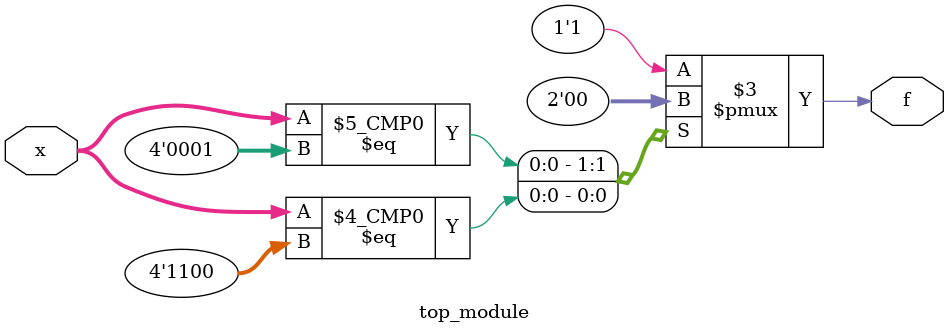
<source format=sv>
module top_module (
    input [4:1] x,
    output logic f
);

always_comb begin
    case ({x[4], x[3], x[2], x[1]})
        4'b0001: f = 0;
        4'b0011: f = 1;
        4'b0111: f = 1;
        4'b1011: f = 1;
        4'b1111: f = 1;
        4'b1100: f = 0;
        default: f = 1; // This covers the don't-care cases
    endcase
end

endmodule

</source>
